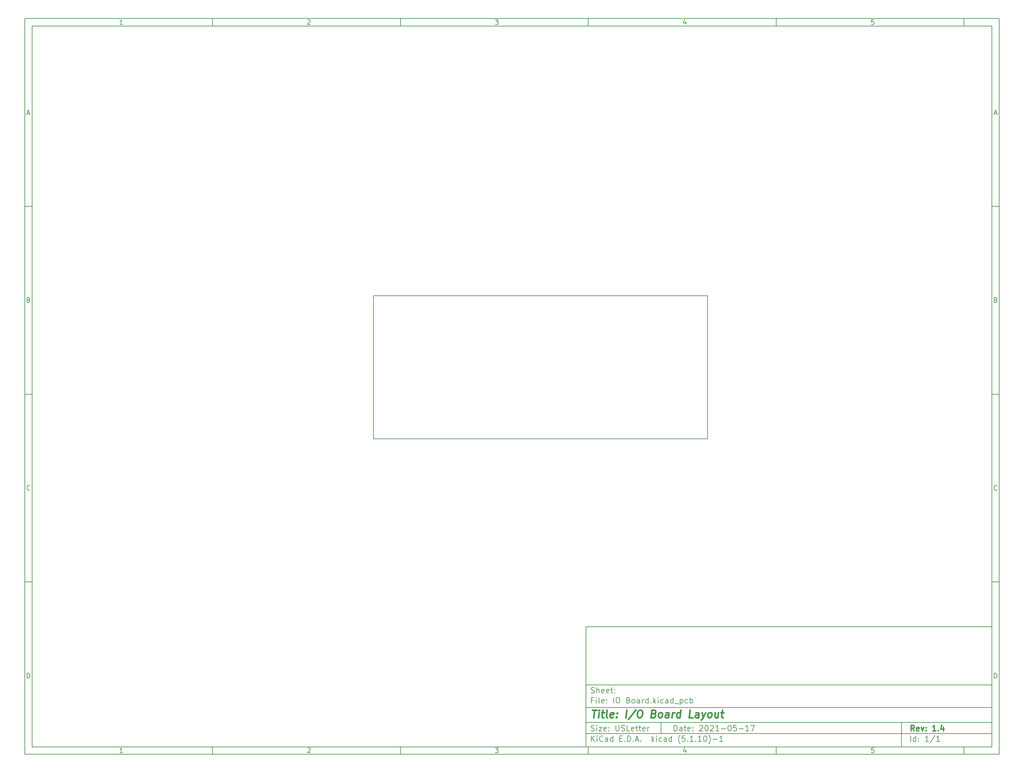
<source format=gbr>
G04 #@! TF.GenerationSoftware,KiCad,Pcbnew,(5.1.10)-1*
G04 #@! TF.CreationDate,2021-05-21T10:06:19-04:00*
G04 #@! TF.ProjectId,IO Board,494f2042-6f61-4726-942e-6b696361645f,1.4*
G04 #@! TF.SameCoordinates,Original*
G04 #@! TF.FileFunction,Profile,NP*
%FSLAX46Y46*%
G04 Gerber Fmt 4.6, Leading zero omitted, Abs format (unit mm)*
G04 Created by KiCad (PCBNEW (5.1.10)-1) date 2021-05-21 10:06:19*
%MOMM*%
%LPD*%
G01*
G04 APERTURE LIST*
%ADD10C,0.100000*%
%ADD11C,0.150000*%
%ADD12C,0.300000*%
%ADD13C,0.400000*%
G04 #@! TA.AperFunction,Profile*
%ADD14C,0.150000*%
G04 #@! TD*
G04 APERTURE END LIST*
D10*
D11*
X159400000Y-171900000D02*
X159400000Y-203900000D01*
X267400000Y-203900000D01*
X267400000Y-171900000D01*
X159400000Y-171900000D01*
D10*
D11*
X10000000Y-10000000D02*
X10000000Y-205900000D01*
X269400000Y-205900000D01*
X269400000Y-10000000D01*
X10000000Y-10000000D01*
D10*
D11*
X12000000Y-12000000D02*
X12000000Y-203900000D01*
X267400000Y-203900000D01*
X267400000Y-12000000D01*
X12000000Y-12000000D01*
D10*
D11*
X60000000Y-12000000D02*
X60000000Y-10000000D01*
D10*
D11*
X110000000Y-12000000D02*
X110000000Y-10000000D01*
D10*
D11*
X160000000Y-12000000D02*
X160000000Y-10000000D01*
D10*
D11*
X210000000Y-12000000D02*
X210000000Y-10000000D01*
D10*
D11*
X260000000Y-12000000D02*
X260000000Y-10000000D01*
D10*
D11*
X36065476Y-11588095D02*
X35322619Y-11588095D01*
X35694047Y-11588095D02*
X35694047Y-10288095D01*
X35570238Y-10473809D01*
X35446428Y-10597619D01*
X35322619Y-10659523D01*
D10*
D11*
X85322619Y-10411904D02*
X85384523Y-10350000D01*
X85508333Y-10288095D01*
X85817857Y-10288095D01*
X85941666Y-10350000D01*
X86003571Y-10411904D01*
X86065476Y-10535714D01*
X86065476Y-10659523D01*
X86003571Y-10845238D01*
X85260714Y-11588095D01*
X86065476Y-11588095D01*
D10*
D11*
X135260714Y-10288095D02*
X136065476Y-10288095D01*
X135632142Y-10783333D01*
X135817857Y-10783333D01*
X135941666Y-10845238D01*
X136003571Y-10907142D01*
X136065476Y-11030952D01*
X136065476Y-11340476D01*
X136003571Y-11464285D01*
X135941666Y-11526190D01*
X135817857Y-11588095D01*
X135446428Y-11588095D01*
X135322619Y-11526190D01*
X135260714Y-11464285D01*
D10*
D11*
X185941666Y-10721428D02*
X185941666Y-11588095D01*
X185632142Y-10226190D02*
X185322619Y-11154761D01*
X186127380Y-11154761D01*
D10*
D11*
X236003571Y-10288095D02*
X235384523Y-10288095D01*
X235322619Y-10907142D01*
X235384523Y-10845238D01*
X235508333Y-10783333D01*
X235817857Y-10783333D01*
X235941666Y-10845238D01*
X236003571Y-10907142D01*
X236065476Y-11030952D01*
X236065476Y-11340476D01*
X236003571Y-11464285D01*
X235941666Y-11526190D01*
X235817857Y-11588095D01*
X235508333Y-11588095D01*
X235384523Y-11526190D01*
X235322619Y-11464285D01*
D10*
D11*
X60000000Y-203900000D02*
X60000000Y-205900000D01*
D10*
D11*
X110000000Y-203900000D02*
X110000000Y-205900000D01*
D10*
D11*
X160000000Y-203900000D02*
X160000000Y-205900000D01*
D10*
D11*
X210000000Y-203900000D02*
X210000000Y-205900000D01*
D10*
D11*
X260000000Y-203900000D02*
X260000000Y-205900000D01*
D10*
D11*
X36065476Y-205488095D02*
X35322619Y-205488095D01*
X35694047Y-205488095D02*
X35694047Y-204188095D01*
X35570238Y-204373809D01*
X35446428Y-204497619D01*
X35322619Y-204559523D01*
D10*
D11*
X85322619Y-204311904D02*
X85384523Y-204250000D01*
X85508333Y-204188095D01*
X85817857Y-204188095D01*
X85941666Y-204250000D01*
X86003571Y-204311904D01*
X86065476Y-204435714D01*
X86065476Y-204559523D01*
X86003571Y-204745238D01*
X85260714Y-205488095D01*
X86065476Y-205488095D01*
D10*
D11*
X135260714Y-204188095D02*
X136065476Y-204188095D01*
X135632142Y-204683333D01*
X135817857Y-204683333D01*
X135941666Y-204745238D01*
X136003571Y-204807142D01*
X136065476Y-204930952D01*
X136065476Y-205240476D01*
X136003571Y-205364285D01*
X135941666Y-205426190D01*
X135817857Y-205488095D01*
X135446428Y-205488095D01*
X135322619Y-205426190D01*
X135260714Y-205364285D01*
D10*
D11*
X185941666Y-204621428D02*
X185941666Y-205488095D01*
X185632142Y-204126190D02*
X185322619Y-205054761D01*
X186127380Y-205054761D01*
D10*
D11*
X236003571Y-204188095D02*
X235384523Y-204188095D01*
X235322619Y-204807142D01*
X235384523Y-204745238D01*
X235508333Y-204683333D01*
X235817857Y-204683333D01*
X235941666Y-204745238D01*
X236003571Y-204807142D01*
X236065476Y-204930952D01*
X236065476Y-205240476D01*
X236003571Y-205364285D01*
X235941666Y-205426190D01*
X235817857Y-205488095D01*
X235508333Y-205488095D01*
X235384523Y-205426190D01*
X235322619Y-205364285D01*
D10*
D11*
X10000000Y-60000000D02*
X12000000Y-60000000D01*
D10*
D11*
X10000000Y-110000000D02*
X12000000Y-110000000D01*
D10*
D11*
X10000000Y-160000000D02*
X12000000Y-160000000D01*
D10*
D11*
X10690476Y-35216666D02*
X11309523Y-35216666D01*
X10566666Y-35588095D02*
X11000000Y-34288095D01*
X11433333Y-35588095D01*
D10*
D11*
X11092857Y-84907142D02*
X11278571Y-84969047D01*
X11340476Y-85030952D01*
X11402380Y-85154761D01*
X11402380Y-85340476D01*
X11340476Y-85464285D01*
X11278571Y-85526190D01*
X11154761Y-85588095D01*
X10659523Y-85588095D01*
X10659523Y-84288095D01*
X11092857Y-84288095D01*
X11216666Y-84350000D01*
X11278571Y-84411904D01*
X11340476Y-84535714D01*
X11340476Y-84659523D01*
X11278571Y-84783333D01*
X11216666Y-84845238D01*
X11092857Y-84907142D01*
X10659523Y-84907142D01*
D10*
D11*
X11402380Y-135464285D02*
X11340476Y-135526190D01*
X11154761Y-135588095D01*
X11030952Y-135588095D01*
X10845238Y-135526190D01*
X10721428Y-135402380D01*
X10659523Y-135278571D01*
X10597619Y-135030952D01*
X10597619Y-134845238D01*
X10659523Y-134597619D01*
X10721428Y-134473809D01*
X10845238Y-134350000D01*
X11030952Y-134288095D01*
X11154761Y-134288095D01*
X11340476Y-134350000D01*
X11402380Y-134411904D01*
D10*
D11*
X10659523Y-185588095D02*
X10659523Y-184288095D01*
X10969047Y-184288095D01*
X11154761Y-184350000D01*
X11278571Y-184473809D01*
X11340476Y-184597619D01*
X11402380Y-184845238D01*
X11402380Y-185030952D01*
X11340476Y-185278571D01*
X11278571Y-185402380D01*
X11154761Y-185526190D01*
X10969047Y-185588095D01*
X10659523Y-185588095D01*
D10*
D11*
X269400000Y-60000000D02*
X267400000Y-60000000D01*
D10*
D11*
X269400000Y-110000000D02*
X267400000Y-110000000D01*
D10*
D11*
X269400000Y-160000000D02*
X267400000Y-160000000D01*
D10*
D11*
X268090476Y-35216666D02*
X268709523Y-35216666D01*
X267966666Y-35588095D02*
X268400000Y-34288095D01*
X268833333Y-35588095D01*
D10*
D11*
X268492857Y-84907142D02*
X268678571Y-84969047D01*
X268740476Y-85030952D01*
X268802380Y-85154761D01*
X268802380Y-85340476D01*
X268740476Y-85464285D01*
X268678571Y-85526190D01*
X268554761Y-85588095D01*
X268059523Y-85588095D01*
X268059523Y-84288095D01*
X268492857Y-84288095D01*
X268616666Y-84350000D01*
X268678571Y-84411904D01*
X268740476Y-84535714D01*
X268740476Y-84659523D01*
X268678571Y-84783333D01*
X268616666Y-84845238D01*
X268492857Y-84907142D01*
X268059523Y-84907142D01*
D10*
D11*
X268802380Y-135464285D02*
X268740476Y-135526190D01*
X268554761Y-135588095D01*
X268430952Y-135588095D01*
X268245238Y-135526190D01*
X268121428Y-135402380D01*
X268059523Y-135278571D01*
X267997619Y-135030952D01*
X267997619Y-134845238D01*
X268059523Y-134597619D01*
X268121428Y-134473809D01*
X268245238Y-134350000D01*
X268430952Y-134288095D01*
X268554761Y-134288095D01*
X268740476Y-134350000D01*
X268802380Y-134411904D01*
D10*
D11*
X268059523Y-185588095D02*
X268059523Y-184288095D01*
X268369047Y-184288095D01*
X268554761Y-184350000D01*
X268678571Y-184473809D01*
X268740476Y-184597619D01*
X268802380Y-184845238D01*
X268802380Y-185030952D01*
X268740476Y-185278571D01*
X268678571Y-185402380D01*
X268554761Y-185526190D01*
X268369047Y-185588095D01*
X268059523Y-185588095D01*
D10*
D11*
X182832142Y-199678571D02*
X182832142Y-198178571D01*
X183189285Y-198178571D01*
X183403571Y-198250000D01*
X183546428Y-198392857D01*
X183617857Y-198535714D01*
X183689285Y-198821428D01*
X183689285Y-199035714D01*
X183617857Y-199321428D01*
X183546428Y-199464285D01*
X183403571Y-199607142D01*
X183189285Y-199678571D01*
X182832142Y-199678571D01*
X184975000Y-199678571D02*
X184975000Y-198892857D01*
X184903571Y-198750000D01*
X184760714Y-198678571D01*
X184475000Y-198678571D01*
X184332142Y-198750000D01*
X184975000Y-199607142D02*
X184832142Y-199678571D01*
X184475000Y-199678571D01*
X184332142Y-199607142D01*
X184260714Y-199464285D01*
X184260714Y-199321428D01*
X184332142Y-199178571D01*
X184475000Y-199107142D01*
X184832142Y-199107142D01*
X184975000Y-199035714D01*
X185475000Y-198678571D02*
X186046428Y-198678571D01*
X185689285Y-198178571D02*
X185689285Y-199464285D01*
X185760714Y-199607142D01*
X185903571Y-199678571D01*
X186046428Y-199678571D01*
X187117857Y-199607142D02*
X186975000Y-199678571D01*
X186689285Y-199678571D01*
X186546428Y-199607142D01*
X186475000Y-199464285D01*
X186475000Y-198892857D01*
X186546428Y-198750000D01*
X186689285Y-198678571D01*
X186975000Y-198678571D01*
X187117857Y-198750000D01*
X187189285Y-198892857D01*
X187189285Y-199035714D01*
X186475000Y-199178571D01*
X187832142Y-199535714D02*
X187903571Y-199607142D01*
X187832142Y-199678571D01*
X187760714Y-199607142D01*
X187832142Y-199535714D01*
X187832142Y-199678571D01*
X187832142Y-198750000D02*
X187903571Y-198821428D01*
X187832142Y-198892857D01*
X187760714Y-198821428D01*
X187832142Y-198750000D01*
X187832142Y-198892857D01*
X189617857Y-198321428D02*
X189689285Y-198250000D01*
X189832142Y-198178571D01*
X190189285Y-198178571D01*
X190332142Y-198250000D01*
X190403571Y-198321428D01*
X190475000Y-198464285D01*
X190475000Y-198607142D01*
X190403571Y-198821428D01*
X189546428Y-199678571D01*
X190475000Y-199678571D01*
X191403571Y-198178571D02*
X191546428Y-198178571D01*
X191689285Y-198250000D01*
X191760714Y-198321428D01*
X191832142Y-198464285D01*
X191903571Y-198750000D01*
X191903571Y-199107142D01*
X191832142Y-199392857D01*
X191760714Y-199535714D01*
X191689285Y-199607142D01*
X191546428Y-199678571D01*
X191403571Y-199678571D01*
X191260714Y-199607142D01*
X191189285Y-199535714D01*
X191117857Y-199392857D01*
X191046428Y-199107142D01*
X191046428Y-198750000D01*
X191117857Y-198464285D01*
X191189285Y-198321428D01*
X191260714Y-198250000D01*
X191403571Y-198178571D01*
X192475000Y-198321428D02*
X192546428Y-198250000D01*
X192689285Y-198178571D01*
X193046428Y-198178571D01*
X193189285Y-198250000D01*
X193260714Y-198321428D01*
X193332142Y-198464285D01*
X193332142Y-198607142D01*
X193260714Y-198821428D01*
X192403571Y-199678571D01*
X193332142Y-199678571D01*
X194760714Y-199678571D02*
X193903571Y-199678571D01*
X194332142Y-199678571D02*
X194332142Y-198178571D01*
X194189285Y-198392857D01*
X194046428Y-198535714D01*
X193903571Y-198607142D01*
X195403571Y-199107142D02*
X196546428Y-199107142D01*
X197546428Y-198178571D02*
X197689285Y-198178571D01*
X197832142Y-198250000D01*
X197903571Y-198321428D01*
X197975000Y-198464285D01*
X198046428Y-198750000D01*
X198046428Y-199107142D01*
X197975000Y-199392857D01*
X197903571Y-199535714D01*
X197832142Y-199607142D01*
X197689285Y-199678571D01*
X197546428Y-199678571D01*
X197403571Y-199607142D01*
X197332142Y-199535714D01*
X197260714Y-199392857D01*
X197189285Y-199107142D01*
X197189285Y-198750000D01*
X197260714Y-198464285D01*
X197332142Y-198321428D01*
X197403571Y-198250000D01*
X197546428Y-198178571D01*
X199403571Y-198178571D02*
X198689285Y-198178571D01*
X198617857Y-198892857D01*
X198689285Y-198821428D01*
X198832142Y-198750000D01*
X199189285Y-198750000D01*
X199332142Y-198821428D01*
X199403571Y-198892857D01*
X199475000Y-199035714D01*
X199475000Y-199392857D01*
X199403571Y-199535714D01*
X199332142Y-199607142D01*
X199189285Y-199678571D01*
X198832142Y-199678571D01*
X198689285Y-199607142D01*
X198617857Y-199535714D01*
X200117857Y-199107142D02*
X201260714Y-199107142D01*
X202760714Y-199678571D02*
X201903571Y-199678571D01*
X202332142Y-199678571D02*
X202332142Y-198178571D01*
X202189285Y-198392857D01*
X202046428Y-198535714D01*
X201903571Y-198607142D01*
X203260714Y-198178571D02*
X204260714Y-198178571D01*
X203617857Y-199678571D01*
D10*
D11*
X159400000Y-200400000D02*
X267400000Y-200400000D01*
D10*
D11*
X160832142Y-202478571D02*
X160832142Y-200978571D01*
X161689285Y-202478571D02*
X161046428Y-201621428D01*
X161689285Y-200978571D02*
X160832142Y-201835714D01*
X162332142Y-202478571D02*
X162332142Y-201478571D01*
X162332142Y-200978571D02*
X162260714Y-201050000D01*
X162332142Y-201121428D01*
X162403571Y-201050000D01*
X162332142Y-200978571D01*
X162332142Y-201121428D01*
X163903571Y-202335714D02*
X163832142Y-202407142D01*
X163617857Y-202478571D01*
X163475000Y-202478571D01*
X163260714Y-202407142D01*
X163117857Y-202264285D01*
X163046428Y-202121428D01*
X162975000Y-201835714D01*
X162975000Y-201621428D01*
X163046428Y-201335714D01*
X163117857Y-201192857D01*
X163260714Y-201050000D01*
X163475000Y-200978571D01*
X163617857Y-200978571D01*
X163832142Y-201050000D01*
X163903571Y-201121428D01*
X165189285Y-202478571D02*
X165189285Y-201692857D01*
X165117857Y-201550000D01*
X164975000Y-201478571D01*
X164689285Y-201478571D01*
X164546428Y-201550000D01*
X165189285Y-202407142D02*
X165046428Y-202478571D01*
X164689285Y-202478571D01*
X164546428Y-202407142D01*
X164475000Y-202264285D01*
X164475000Y-202121428D01*
X164546428Y-201978571D01*
X164689285Y-201907142D01*
X165046428Y-201907142D01*
X165189285Y-201835714D01*
X166546428Y-202478571D02*
X166546428Y-200978571D01*
X166546428Y-202407142D02*
X166403571Y-202478571D01*
X166117857Y-202478571D01*
X165975000Y-202407142D01*
X165903571Y-202335714D01*
X165832142Y-202192857D01*
X165832142Y-201764285D01*
X165903571Y-201621428D01*
X165975000Y-201550000D01*
X166117857Y-201478571D01*
X166403571Y-201478571D01*
X166546428Y-201550000D01*
X168403571Y-201692857D02*
X168903571Y-201692857D01*
X169117857Y-202478571D02*
X168403571Y-202478571D01*
X168403571Y-200978571D01*
X169117857Y-200978571D01*
X169760714Y-202335714D02*
X169832142Y-202407142D01*
X169760714Y-202478571D01*
X169689285Y-202407142D01*
X169760714Y-202335714D01*
X169760714Y-202478571D01*
X170475000Y-202478571D02*
X170475000Y-200978571D01*
X170832142Y-200978571D01*
X171046428Y-201050000D01*
X171189285Y-201192857D01*
X171260714Y-201335714D01*
X171332142Y-201621428D01*
X171332142Y-201835714D01*
X171260714Y-202121428D01*
X171189285Y-202264285D01*
X171046428Y-202407142D01*
X170832142Y-202478571D01*
X170475000Y-202478571D01*
X171975000Y-202335714D02*
X172046428Y-202407142D01*
X171975000Y-202478571D01*
X171903571Y-202407142D01*
X171975000Y-202335714D01*
X171975000Y-202478571D01*
X172617857Y-202050000D02*
X173332142Y-202050000D01*
X172475000Y-202478571D02*
X172975000Y-200978571D01*
X173475000Y-202478571D01*
X173975000Y-202335714D02*
X174046428Y-202407142D01*
X173975000Y-202478571D01*
X173903571Y-202407142D01*
X173975000Y-202335714D01*
X173975000Y-202478571D01*
X176975000Y-202478571D02*
X176975000Y-200978571D01*
X177117857Y-201907142D02*
X177546428Y-202478571D01*
X177546428Y-201478571D02*
X176975000Y-202050000D01*
X178189285Y-202478571D02*
X178189285Y-201478571D01*
X178189285Y-200978571D02*
X178117857Y-201050000D01*
X178189285Y-201121428D01*
X178260714Y-201050000D01*
X178189285Y-200978571D01*
X178189285Y-201121428D01*
X179546428Y-202407142D02*
X179403571Y-202478571D01*
X179117857Y-202478571D01*
X178975000Y-202407142D01*
X178903571Y-202335714D01*
X178832142Y-202192857D01*
X178832142Y-201764285D01*
X178903571Y-201621428D01*
X178975000Y-201550000D01*
X179117857Y-201478571D01*
X179403571Y-201478571D01*
X179546428Y-201550000D01*
X180832142Y-202478571D02*
X180832142Y-201692857D01*
X180760714Y-201550000D01*
X180617857Y-201478571D01*
X180332142Y-201478571D01*
X180189285Y-201550000D01*
X180832142Y-202407142D02*
X180689285Y-202478571D01*
X180332142Y-202478571D01*
X180189285Y-202407142D01*
X180117857Y-202264285D01*
X180117857Y-202121428D01*
X180189285Y-201978571D01*
X180332142Y-201907142D01*
X180689285Y-201907142D01*
X180832142Y-201835714D01*
X182189285Y-202478571D02*
X182189285Y-200978571D01*
X182189285Y-202407142D02*
X182046428Y-202478571D01*
X181760714Y-202478571D01*
X181617857Y-202407142D01*
X181546428Y-202335714D01*
X181475000Y-202192857D01*
X181475000Y-201764285D01*
X181546428Y-201621428D01*
X181617857Y-201550000D01*
X181760714Y-201478571D01*
X182046428Y-201478571D01*
X182189285Y-201550000D01*
X184475000Y-203050000D02*
X184403571Y-202978571D01*
X184260714Y-202764285D01*
X184189285Y-202621428D01*
X184117857Y-202407142D01*
X184046428Y-202050000D01*
X184046428Y-201764285D01*
X184117857Y-201407142D01*
X184189285Y-201192857D01*
X184260714Y-201050000D01*
X184403571Y-200835714D01*
X184475000Y-200764285D01*
X185760714Y-200978571D02*
X185046428Y-200978571D01*
X184975000Y-201692857D01*
X185046428Y-201621428D01*
X185189285Y-201550000D01*
X185546428Y-201550000D01*
X185689285Y-201621428D01*
X185760714Y-201692857D01*
X185832142Y-201835714D01*
X185832142Y-202192857D01*
X185760714Y-202335714D01*
X185689285Y-202407142D01*
X185546428Y-202478571D01*
X185189285Y-202478571D01*
X185046428Y-202407142D01*
X184975000Y-202335714D01*
X186475000Y-202335714D02*
X186546428Y-202407142D01*
X186475000Y-202478571D01*
X186403571Y-202407142D01*
X186475000Y-202335714D01*
X186475000Y-202478571D01*
X187975000Y-202478571D02*
X187117857Y-202478571D01*
X187546428Y-202478571D02*
X187546428Y-200978571D01*
X187403571Y-201192857D01*
X187260714Y-201335714D01*
X187117857Y-201407142D01*
X188617857Y-202335714D02*
X188689285Y-202407142D01*
X188617857Y-202478571D01*
X188546428Y-202407142D01*
X188617857Y-202335714D01*
X188617857Y-202478571D01*
X190117857Y-202478571D02*
X189260714Y-202478571D01*
X189689285Y-202478571D02*
X189689285Y-200978571D01*
X189546428Y-201192857D01*
X189403571Y-201335714D01*
X189260714Y-201407142D01*
X191046428Y-200978571D02*
X191189285Y-200978571D01*
X191332142Y-201050000D01*
X191403571Y-201121428D01*
X191475000Y-201264285D01*
X191546428Y-201550000D01*
X191546428Y-201907142D01*
X191475000Y-202192857D01*
X191403571Y-202335714D01*
X191332142Y-202407142D01*
X191189285Y-202478571D01*
X191046428Y-202478571D01*
X190903571Y-202407142D01*
X190832142Y-202335714D01*
X190760714Y-202192857D01*
X190689285Y-201907142D01*
X190689285Y-201550000D01*
X190760714Y-201264285D01*
X190832142Y-201121428D01*
X190903571Y-201050000D01*
X191046428Y-200978571D01*
X192046428Y-203050000D02*
X192117857Y-202978571D01*
X192260714Y-202764285D01*
X192332142Y-202621428D01*
X192403571Y-202407142D01*
X192475000Y-202050000D01*
X192475000Y-201764285D01*
X192403571Y-201407142D01*
X192332142Y-201192857D01*
X192260714Y-201050000D01*
X192117857Y-200835714D01*
X192046428Y-200764285D01*
X193189285Y-201907142D02*
X194332142Y-201907142D01*
X195832142Y-202478571D02*
X194975000Y-202478571D01*
X195403571Y-202478571D02*
X195403571Y-200978571D01*
X195260714Y-201192857D01*
X195117857Y-201335714D01*
X194975000Y-201407142D01*
D10*
D11*
X159400000Y-197400000D02*
X267400000Y-197400000D01*
D10*
D12*
X246809285Y-199678571D02*
X246309285Y-198964285D01*
X245952142Y-199678571D02*
X245952142Y-198178571D01*
X246523571Y-198178571D01*
X246666428Y-198250000D01*
X246737857Y-198321428D01*
X246809285Y-198464285D01*
X246809285Y-198678571D01*
X246737857Y-198821428D01*
X246666428Y-198892857D01*
X246523571Y-198964285D01*
X245952142Y-198964285D01*
X248023571Y-199607142D02*
X247880714Y-199678571D01*
X247595000Y-199678571D01*
X247452142Y-199607142D01*
X247380714Y-199464285D01*
X247380714Y-198892857D01*
X247452142Y-198750000D01*
X247595000Y-198678571D01*
X247880714Y-198678571D01*
X248023571Y-198750000D01*
X248095000Y-198892857D01*
X248095000Y-199035714D01*
X247380714Y-199178571D01*
X248595000Y-198678571D02*
X248952142Y-199678571D01*
X249309285Y-198678571D01*
X249880714Y-199535714D02*
X249952142Y-199607142D01*
X249880714Y-199678571D01*
X249809285Y-199607142D01*
X249880714Y-199535714D01*
X249880714Y-199678571D01*
X249880714Y-198750000D02*
X249952142Y-198821428D01*
X249880714Y-198892857D01*
X249809285Y-198821428D01*
X249880714Y-198750000D01*
X249880714Y-198892857D01*
X252523571Y-199678571D02*
X251666428Y-199678571D01*
X252095000Y-199678571D02*
X252095000Y-198178571D01*
X251952142Y-198392857D01*
X251809285Y-198535714D01*
X251666428Y-198607142D01*
X253166428Y-199535714D02*
X253237857Y-199607142D01*
X253166428Y-199678571D01*
X253095000Y-199607142D01*
X253166428Y-199535714D01*
X253166428Y-199678571D01*
X254523571Y-198678571D02*
X254523571Y-199678571D01*
X254166428Y-198107142D02*
X253809285Y-199178571D01*
X254737857Y-199178571D01*
D10*
D11*
X160760714Y-199607142D02*
X160975000Y-199678571D01*
X161332142Y-199678571D01*
X161475000Y-199607142D01*
X161546428Y-199535714D01*
X161617857Y-199392857D01*
X161617857Y-199250000D01*
X161546428Y-199107142D01*
X161475000Y-199035714D01*
X161332142Y-198964285D01*
X161046428Y-198892857D01*
X160903571Y-198821428D01*
X160832142Y-198750000D01*
X160760714Y-198607142D01*
X160760714Y-198464285D01*
X160832142Y-198321428D01*
X160903571Y-198250000D01*
X161046428Y-198178571D01*
X161403571Y-198178571D01*
X161617857Y-198250000D01*
X162260714Y-199678571D02*
X162260714Y-198678571D01*
X162260714Y-198178571D02*
X162189285Y-198250000D01*
X162260714Y-198321428D01*
X162332142Y-198250000D01*
X162260714Y-198178571D01*
X162260714Y-198321428D01*
X162832142Y-198678571D02*
X163617857Y-198678571D01*
X162832142Y-199678571D01*
X163617857Y-199678571D01*
X164760714Y-199607142D02*
X164617857Y-199678571D01*
X164332142Y-199678571D01*
X164189285Y-199607142D01*
X164117857Y-199464285D01*
X164117857Y-198892857D01*
X164189285Y-198750000D01*
X164332142Y-198678571D01*
X164617857Y-198678571D01*
X164760714Y-198750000D01*
X164832142Y-198892857D01*
X164832142Y-199035714D01*
X164117857Y-199178571D01*
X165475000Y-199535714D02*
X165546428Y-199607142D01*
X165475000Y-199678571D01*
X165403571Y-199607142D01*
X165475000Y-199535714D01*
X165475000Y-199678571D01*
X165475000Y-198750000D02*
X165546428Y-198821428D01*
X165475000Y-198892857D01*
X165403571Y-198821428D01*
X165475000Y-198750000D01*
X165475000Y-198892857D01*
X167332142Y-198178571D02*
X167332142Y-199392857D01*
X167403571Y-199535714D01*
X167475000Y-199607142D01*
X167617857Y-199678571D01*
X167903571Y-199678571D01*
X168046428Y-199607142D01*
X168117857Y-199535714D01*
X168189285Y-199392857D01*
X168189285Y-198178571D01*
X168832142Y-199607142D02*
X169046428Y-199678571D01*
X169403571Y-199678571D01*
X169546428Y-199607142D01*
X169617857Y-199535714D01*
X169689285Y-199392857D01*
X169689285Y-199250000D01*
X169617857Y-199107142D01*
X169546428Y-199035714D01*
X169403571Y-198964285D01*
X169117857Y-198892857D01*
X168975000Y-198821428D01*
X168903571Y-198750000D01*
X168832142Y-198607142D01*
X168832142Y-198464285D01*
X168903571Y-198321428D01*
X168975000Y-198250000D01*
X169117857Y-198178571D01*
X169475000Y-198178571D01*
X169689285Y-198250000D01*
X171046428Y-199678571D02*
X170332142Y-199678571D01*
X170332142Y-198178571D01*
X172117857Y-199607142D02*
X171975000Y-199678571D01*
X171689285Y-199678571D01*
X171546428Y-199607142D01*
X171475000Y-199464285D01*
X171475000Y-198892857D01*
X171546428Y-198750000D01*
X171689285Y-198678571D01*
X171975000Y-198678571D01*
X172117857Y-198750000D01*
X172189285Y-198892857D01*
X172189285Y-199035714D01*
X171475000Y-199178571D01*
X172617857Y-198678571D02*
X173189285Y-198678571D01*
X172832142Y-198178571D02*
X172832142Y-199464285D01*
X172903571Y-199607142D01*
X173046428Y-199678571D01*
X173189285Y-199678571D01*
X173475000Y-198678571D02*
X174046428Y-198678571D01*
X173689285Y-198178571D02*
X173689285Y-199464285D01*
X173760714Y-199607142D01*
X173903571Y-199678571D01*
X174046428Y-199678571D01*
X175117857Y-199607142D02*
X174975000Y-199678571D01*
X174689285Y-199678571D01*
X174546428Y-199607142D01*
X174475000Y-199464285D01*
X174475000Y-198892857D01*
X174546428Y-198750000D01*
X174689285Y-198678571D01*
X174975000Y-198678571D01*
X175117857Y-198750000D01*
X175189285Y-198892857D01*
X175189285Y-199035714D01*
X174475000Y-199178571D01*
X175832142Y-199678571D02*
X175832142Y-198678571D01*
X175832142Y-198964285D02*
X175903571Y-198821428D01*
X175975000Y-198750000D01*
X176117857Y-198678571D01*
X176260714Y-198678571D01*
D10*
D11*
X245832142Y-202478571D02*
X245832142Y-200978571D01*
X247189285Y-202478571D02*
X247189285Y-200978571D01*
X247189285Y-202407142D02*
X247046428Y-202478571D01*
X246760714Y-202478571D01*
X246617857Y-202407142D01*
X246546428Y-202335714D01*
X246475000Y-202192857D01*
X246475000Y-201764285D01*
X246546428Y-201621428D01*
X246617857Y-201550000D01*
X246760714Y-201478571D01*
X247046428Y-201478571D01*
X247189285Y-201550000D01*
X247903571Y-202335714D02*
X247975000Y-202407142D01*
X247903571Y-202478571D01*
X247832142Y-202407142D01*
X247903571Y-202335714D01*
X247903571Y-202478571D01*
X247903571Y-201550000D02*
X247975000Y-201621428D01*
X247903571Y-201692857D01*
X247832142Y-201621428D01*
X247903571Y-201550000D01*
X247903571Y-201692857D01*
X250546428Y-202478571D02*
X249689285Y-202478571D01*
X250117857Y-202478571D02*
X250117857Y-200978571D01*
X249975000Y-201192857D01*
X249832142Y-201335714D01*
X249689285Y-201407142D01*
X252260714Y-200907142D02*
X250975000Y-202835714D01*
X253546428Y-202478571D02*
X252689285Y-202478571D01*
X253117857Y-202478571D02*
X253117857Y-200978571D01*
X252975000Y-201192857D01*
X252832142Y-201335714D01*
X252689285Y-201407142D01*
D10*
D11*
X159400000Y-193400000D02*
X267400000Y-193400000D01*
D10*
D13*
X161112380Y-194104761D02*
X162255238Y-194104761D01*
X161433809Y-196104761D02*
X161683809Y-194104761D01*
X162671904Y-196104761D02*
X162838571Y-194771428D01*
X162921904Y-194104761D02*
X162814761Y-194200000D01*
X162898095Y-194295238D01*
X163005238Y-194200000D01*
X162921904Y-194104761D01*
X162898095Y-194295238D01*
X163505238Y-194771428D02*
X164267142Y-194771428D01*
X163874285Y-194104761D02*
X163660000Y-195819047D01*
X163731428Y-196009523D01*
X163910000Y-196104761D01*
X164100476Y-196104761D01*
X165052857Y-196104761D02*
X164874285Y-196009523D01*
X164802857Y-195819047D01*
X165017142Y-194104761D01*
X166588571Y-196009523D02*
X166386190Y-196104761D01*
X166005238Y-196104761D01*
X165826666Y-196009523D01*
X165755238Y-195819047D01*
X165850476Y-195057142D01*
X165969523Y-194866666D01*
X166171904Y-194771428D01*
X166552857Y-194771428D01*
X166731428Y-194866666D01*
X166802857Y-195057142D01*
X166779047Y-195247619D01*
X165802857Y-195438095D01*
X167552857Y-195914285D02*
X167636190Y-196009523D01*
X167529047Y-196104761D01*
X167445714Y-196009523D01*
X167552857Y-195914285D01*
X167529047Y-196104761D01*
X167683809Y-194866666D02*
X167767142Y-194961904D01*
X167660000Y-195057142D01*
X167576666Y-194961904D01*
X167683809Y-194866666D01*
X167660000Y-195057142D01*
X170005238Y-196104761D02*
X170255238Y-194104761D01*
X172648095Y-194009523D02*
X170612380Y-196580952D01*
X173683809Y-194104761D02*
X174064761Y-194104761D01*
X174243333Y-194200000D01*
X174410000Y-194390476D01*
X174457619Y-194771428D01*
X174374285Y-195438095D01*
X174231428Y-195819047D01*
X174017142Y-196009523D01*
X173814761Y-196104761D01*
X173433809Y-196104761D01*
X173255238Y-196009523D01*
X173088571Y-195819047D01*
X173040952Y-195438095D01*
X173124285Y-194771428D01*
X173267142Y-194390476D01*
X173481428Y-194200000D01*
X173683809Y-194104761D01*
X177469523Y-195057142D02*
X177743333Y-195152380D01*
X177826666Y-195247619D01*
X177898095Y-195438095D01*
X177862380Y-195723809D01*
X177743333Y-195914285D01*
X177636190Y-196009523D01*
X177433809Y-196104761D01*
X176671904Y-196104761D01*
X176921904Y-194104761D01*
X177588571Y-194104761D01*
X177767142Y-194200000D01*
X177850476Y-194295238D01*
X177921904Y-194485714D01*
X177898095Y-194676190D01*
X177779047Y-194866666D01*
X177671904Y-194961904D01*
X177469523Y-195057142D01*
X176802857Y-195057142D01*
X178957619Y-196104761D02*
X178779047Y-196009523D01*
X178695714Y-195914285D01*
X178624285Y-195723809D01*
X178695714Y-195152380D01*
X178814761Y-194961904D01*
X178921904Y-194866666D01*
X179124285Y-194771428D01*
X179410000Y-194771428D01*
X179588571Y-194866666D01*
X179671904Y-194961904D01*
X179743333Y-195152380D01*
X179671904Y-195723809D01*
X179552857Y-195914285D01*
X179445714Y-196009523D01*
X179243333Y-196104761D01*
X178957619Y-196104761D01*
X181338571Y-196104761D02*
X181469523Y-195057142D01*
X181398095Y-194866666D01*
X181219523Y-194771428D01*
X180838571Y-194771428D01*
X180636190Y-194866666D01*
X181350476Y-196009523D02*
X181148095Y-196104761D01*
X180671904Y-196104761D01*
X180493333Y-196009523D01*
X180421904Y-195819047D01*
X180445714Y-195628571D01*
X180564761Y-195438095D01*
X180767142Y-195342857D01*
X181243333Y-195342857D01*
X181445714Y-195247619D01*
X182290952Y-196104761D02*
X182457619Y-194771428D01*
X182410000Y-195152380D02*
X182529047Y-194961904D01*
X182636190Y-194866666D01*
X182838571Y-194771428D01*
X183029047Y-194771428D01*
X184386190Y-196104761D02*
X184636190Y-194104761D01*
X184398095Y-196009523D02*
X184195714Y-196104761D01*
X183814761Y-196104761D01*
X183636190Y-196009523D01*
X183552857Y-195914285D01*
X183481428Y-195723809D01*
X183552857Y-195152380D01*
X183671904Y-194961904D01*
X183779047Y-194866666D01*
X183981428Y-194771428D01*
X184362380Y-194771428D01*
X184540952Y-194866666D01*
X187814761Y-196104761D02*
X186862380Y-196104761D01*
X187112380Y-194104761D01*
X189338571Y-196104761D02*
X189469523Y-195057142D01*
X189398095Y-194866666D01*
X189219523Y-194771428D01*
X188838571Y-194771428D01*
X188636190Y-194866666D01*
X189350476Y-196009523D02*
X189148095Y-196104761D01*
X188671904Y-196104761D01*
X188493333Y-196009523D01*
X188421904Y-195819047D01*
X188445714Y-195628571D01*
X188564761Y-195438095D01*
X188767142Y-195342857D01*
X189243333Y-195342857D01*
X189445714Y-195247619D01*
X190267142Y-194771428D02*
X190576666Y-196104761D01*
X191219523Y-194771428D02*
X190576666Y-196104761D01*
X190326666Y-196580952D01*
X190219523Y-196676190D01*
X190017142Y-196771428D01*
X192100476Y-196104761D02*
X191921904Y-196009523D01*
X191838571Y-195914285D01*
X191767142Y-195723809D01*
X191838571Y-195152380D01*
X191957619Y-194961904D01*
X192064761Y-194866666D01*
X192267142Y-194771428D01*
X192552857Y-194771428D01*
X192731428Y-194866666D01*
X192814761Y-194961904D01*
X192886190Y-195152380D01*
X192814761Y-195723809D01*
X192695714Y-195914285D01*
X192588571Y-196009523D01*
X192386190Y-196104761D01*
X192100476Y-196104761D01*
X194648095Y-194771428D02*
X194481428Y-196104761D01*
X193790952Y-194771428D02*
X193660000Y-195819047D01*
X193731428Y-196009523D01*
X193910000Y-196104761D01*
X194195714Y-196104761D01*
X194398095Y-196009523D01*
X194505238Y-195914285D01*
X195314761Y-194771428D02*
X196076666Y-194771428D01*
X195683809Y-194104761D02*
X195469523Y-195819047D01*
X195540952Y-196009523D01*
X195719523Y-196104761D01*
X195910000Y-196104761D01*
D10*
D11*
X161332142Y-191492857D02*
X160832142Y-191492857D01*
X160832142Y-192278571D02*
X160832142Y-190778571D01*
X161546428Y-190778571D01*
X162117857Y-192278571D02*
X162117857Y-191278571D01*
X162117857Y-190778571D02*
X162046428Y-190850000D01*
X162117857Y-190921428D01*
X162189285Y-190850000D01*
X162117857Y-190778571D01*
X162117857Y-190921428D01*
X163046428Y-192278571D02*
X162903571Y-192207142D01*
X162832142Y-192064285D01*
X162832142Y-190778571D01*
X164189285Y-192207142D02*
X164046428Y-192278571D01*
X163760714Y-192278571D01*
X163617857Y-192207142D01*
X163546428Y-192064285D01*
X163546428Y-191492857D01*
X163617857Y-191350000D01*
X163760714Y-191278571D01*
X164046428Y-191278571D01*
X164189285Y-191350000D01*
X164260714Y-191492857D01*
X164260714Y-191635714D01*
X163546428Y-191778571D01*
X164903571Y-192135714D02*
X164975000Y-192207142D01*
X164903571Y-192278571D01*
X164832142Y-192207142D01*
X164903571Y-192135714D01*
X164903571Y-192278571D01*
X164903571Y-191350000D02*
X164975000Y-191421428D01*
X164903571Y-191492857D01*
X164832142Y-191421428D01*
X164903571Y-191350000D01*
X164903571Y-191492857D01*
X166760714Y-192278571D02*
X166760714Y-190778571D01*
X167760714Y-190778571D02*
X168046428Y-190778571D01*
X168189285Y-190850000D01*
X168332142Y-190992857D01*
X168403571Y-191278571D01*
X168403571Y-191778571D01*
X168332142Y-192064285D01*
X168189285Y-192207142D01*
X168046428Y-192278571D01*
X167760714Y-192278571D01*
X167617857Y-192207142D01*
X167475000Y-192064285D01*
X167403571Y-191778571D01*
X167403571Y-191278571D01*
X167475000Y-190992857D01*
X167617857Y-190850000D01*
X167760714Y-190778571D01*
X170689285Y-191492857D02*
X170903571Y-191564285D01*
X170975000Y-191635714D01*
X171046428Y-191778571D01*
X171046428Y-191992857D01*
X170975000Y-192135714D01*
X170903571Y-192207142D01*
X170760714Y-192278571D01*
X170189285Y-192278571D01*
X170189285Y-190778571D01*
X170689285Y-190778571D01*
X170832142Y-190850000D01*
X170903571Y-190921428D01*
X170975000Y-191064285D01*
X170975000Y-191207142D01*
X170903571Y-191350000D01*
X170832142Y-191421428D01*
X170689285Y-191492857D01*
X170189285Y-191492857D01*
X171903571Y-192278571D02*
X171760714Y-192207142D01*
X171689285Y-192135714D01*
X171617857Y-191992857D01*
X171617857Y-191564285D01*
X171689285Y-191421428D01*
X171760714Y-191350000D01*
X171903571Y-191278571D01*
X172117857Y-191278571D01*
X172260714Y-191350000D01*
X172332142Y-191421428D01*
X172403571Y-191564285D01*
X172403571Y-191992857D01*
X172332142Y-192135714D01*
X172260714Y-192207142D01*
X172117857Y-192278571D01*
X171903571Y-192278571D01*
X173689285Y-192278571D02*
X173689285Y-191492857D01*
X173617857Y-191350000D01*
X173475000Y-191278571D01*
X173189285Y-191278571D01*
X173046428Y-191350000D01*
X173689285Y-192207142D02*
X173546428Y-192278571D01*
X173189285Y-192278571D01*
X173046428Y-192207142D01*
X172975000Y-192064285D01*
X172975000Y-191921428D01*
X173046428Y-191778571D01*
X173189285Y-191707142D01*
X173546428Y-191707142D01*
X173689285Y-191635714D01*
X174403571Y-192278571D02*
X174403571Y-191278571D01*
X174403571Y-191564285D02*
X174475000Y-191421428D01*
X174546428Y-191350000D01*
X174689285Y-191278571D01*
X174832142Y-191278571D01*
X175975000Y-192278571D02*
X175975000Y-190778571D01*
X175975000Y-192207142D02*
X175832142Y-192278571D01*
X175546428Y-192278571D01*
X175403571Y-192207142D01*
X175332142Y-192135714D01*
X175260714Y-191992857D01*
X175260714Y-191564285D01*
X175332142Y-191421428D01*
X175403571Y-191350000D01*
X175546428Y-191278571D01*
X175832142Y-191278571D01*
X175975000Y-191350000D01*
X176689285Y-192135714D02*
X176760714Y-192207142D01*
X176689285Y-192278571D01*
X176617857Y-192207142D01*
X176689285Y-192135714D01*
X176689285Y-192278571D01*
X177403571Y-192278571D02*
X177403571Y-190778571D01*
X177546428Y-191707142D02*
X177975000Y-192278571D01*
X177975000Y-191278571D02*
X177403571Y-191850000D01*
X178617857Y-192278571D02*
X178617857Y-191278571D01*
X178617857Y-190778571D02*
X178546428Y-190850000D01*
X178617857Y-190921428D01*
X178689285Y-190850000D01*
X178617857Y-190778571D01*
X178617857Y-190921428D01*
X179975000Y-192207142D02*
X179832142Y-192278571D01*
X179546428Y-192278571D01*
X179403571Y-192207142D01*
X179332142Y-192135714D01*
X179260714Y-191992857D01*
X179260714Y-191564285D01*
X179332142Y-191421428D01*
X179403571Y-191350000D01*
X179546428Y-191278571D01*
X179832142Y-191278571D01*
X179975000Y-191350000D01*
X181260714Y-192278571D02*
X181260714Y-191492857D01*
X181189285Y-191350000D01*
X181046428Y-191278571D01*
X180760714Y-191278571D01*
X180617857Y-191350000D01*
X181260714Y-192207142D02*
X181117857Y-192278571D01*
X180760714Y-192278571D01*
X180617857Y-192207142D01*
X180546428Y-192064285D01*
X180546428Y-191921428D01*
X180617857Y-191778571D01*
X180760714Y-191707142D01*
X181117857Y-191707142D01*
X181260714Y-191635714D01*
X182617857Y-192278571D02*
X182617857Y-190778571D01*
X182617857Y-192207142D02*
X182475000Y-192278571D01*
X182189285Y-192278571D01*
X182046428Y-192207142D01*
X181975000Y-192135714D01*
X181903571Y-191992857D01*
X181903571Y-191564285D01*
X181975000Y-191421428D01*
X182046428Y-191350000D01*
X182189285Y-191278571D01*
X182475000Y-191278571D01*
X182617857Y-191350000D01*
X182975000Y-192421428D02*
X184117857Y-192421428D01*
X184475000Y-191278571D02*
X184475000Y-192778571D01*
X184475000Y-191350000D02*
X184617857Y-191278571D01*
X184903571Y-191278571D01*
X185046428Y-191350000D01*
X185117857Y-191421428D01*
X185189285Y-191564285D01*
X185189285Y-191992857D01*
X185117857Y-192135714D01*
X185046428Y-192207142D01*
X184903571Y-192278571D01*
X184617857Y-192278571D01*
X184475000Y-192207142D01*
X186475000Y-192207142D02*
X186332142Y-192278571D01*
X186046428Y-192278571D01*
X185903571Y-192207142D01*
X185832142Y-192135714D01*
X185760714Y-191992857D01*
X185760714Y-191564285D01*
X185832142Y-191421428D01*
X185903571Y-191350000D01*
X186046428Y-191278571D01*
X186332142Y-191278571D01*
X186475000Y-191350000D01*
X187117857Y-192278571D02*
X187117857Y-190778571D01*
X187117857Y-191350000D02*
X187260714Y-191278571D01*
X187546428Y-191278571D01*
X187689285Y-191350000D01*
X187760714Y-191421428D01*
X187832142Y-191564285D01*
X187832142Y-191992857D01*
X187760714Y-192135714D01*
X187689285Y-192207142D01*
X187546428Y-192278571D01*
X187260714Y-192278571D01*
X187117857Y-192207142D01*
D10*
D11*
X159400000Y-187400000D02*
X267400000Y-187400000D01*
D10*
D11*
X160760714Y-189507142D02*
X160975000Y-189578571D01*
X161332142Y-189578571D01*
X161475000Y-189507142D01*
X161546428Y-189435714D01*
X161617857Y-189292857D01*
X161617857Y-189150000D01*
X161546428Y-189007142D01*
X161475000Y-188935714D01*
X161332142Y-188864285D01*
X161046428Y-188792857D01*
X160903571Y-188721428D01*
X160832142Y-188650000D01*
X160760714Y-188507142D01*
X160760714Y-188364285D01*
X160832142Y-188221428D01*
X160903571Y-188150000D01*
X161046428Y-188078571D01*
X161403571Y-188078571D01*
X161617857Y-188150000D01*
X162260714Y-189578571D02*
X162260714Y-188078571D01*
X162903571Y-189578571D02*
X162903571Y-188792857D01*
X162832142Y-188650000D01*
X162689285Y-188578571D01*
X162475000Y-188578571D01*
X162332142Y-188650000D01*
X162260714Y-188721428D01*
X164189285Y-189507142D02*
X164046428Y-189578571D01*
X163760714Y-189578571D01*
X163617857Y-189507142D01*
X163546428Y-189364285D01*
X163546428Y-188792857D01*
X163617857Y-188650000D01*
X163760714Y-188578571D01*
X164046428Y-188578571D01*
X164189285Y-188650000D01*
X164260714Y-188792857D01*
X164260714Y-188935714D01*
X163546428Y-189078571D01*
X165475000Y-189507142D02*
X165332142Y-189578571D01*
X165046428Y-189578571D01*
X164903571Y-189507142D01*
X164832142Y-189364285D01*
X164832142Y-188792857D01*
X164903571Y-188650000D01*
X165046428Y-188578571D01*
X165332142Y-188578571D01*
X165475000Y-188650000D01*
X165546428Y-188792857D01*
X165546428Y-188935714D01*
X164832142Y-189078571D01*
X165975000Y-188578571D02*
X166546428Y-188578571D01*
X166189285Y-188078571D02*
X166189285Y-189364285D01*
X166260714Y-189507142D01*
X166403571Y-189578571D01*
X166546428Y-189578571D01*
X167046428Y-189435714D02*
X167117857Y-189507142D01*
X167046428Y-189578571D01*
X166975000Y-189507142D01*
X167046428Y-189435714D01*
X167046428Y-189578571D01*
X167046428Y-188650000D02*
X167117857Y-188721428D01*
X167046428Y-188792857D01*
X166975000Y-188721428D01*
X167046428Y-188650000D01*
X167046428Y-188792857D01*
D10*
D11*
X179400000Y-197400000D02*
X179400000Y-200400000D01*
D10*
D11*
X243400000Y-197400000D02*
X243400000Y-203900000D01*
D14*
X191770000Y-121920000D02*
X102870000Y-121920000D01*
X191770000Y-83820000D02*
X191770000Y-121920000D01*
X102870000Y-83820000D02*
X191770000Y-83820000D01*
X102870000Y-121920000D02*
X102870000Y-83820000D01*
M02*

</source>
